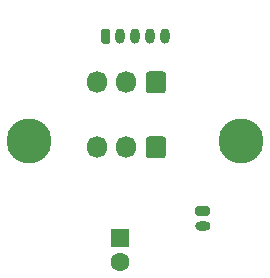
<source format=gbs>
%TF.GenerationSoftware,KiCad,Pcbnew,(5.1.8)-1*%
%TF.CreationDate,2021-07-21T00:03:38+02:00*%
%TF.ProjectId,PX12_Board,50583132-5f42-46f6-9172-642e6b696361,V1.0*%
%TF.SameCoordinates,Original*%
%TF.FileFunction,Soldermask,Bot*%
%TF.FilePolarity,Negative*%
%FSLAX46Y46*%
G04 Gerber Fmt 4.6, Leading zero omitted, Abs format (unit mm)*
G04 Created by KiCad (PCBNEW (5.1.8)-1) date 2021-07-21 00:03:38*
%MOMM*%
%LPD*%
G01*
G04 APERTURE LIST*
%ADD10O,1.300000X0.800000*%
%ADD11O,1.700000X1.850000*%
%ADD12R,1.600000X1.600000*%
%ADD13C,1.600000*%
%ADD14C,3.800000*%
%ADD15O,0.800000X1.300000*%
G04 APERTURE END LIST*
%TO.C,VALVE1*%
G36*
G01*
X180250000Y-105500000D02*
X181150000Y-105500000D01*
G75*
G02*
X181350000Y-105700000I0J-200000D01*
G01*
X181350000Y-106100000D01*
G75*
G02*
X181150000Y-106300000I-200000J0D01*
G01*
X180250000Y-106300000D01*
G75*
G02*
X180050000Y-106100000I0J200000D01*
G01*
X180050000Y-105700000D01*
G75*
G02*
X180250000Y-105500000I200000J0D01*
G01*
G37*
D10*
X180700000Y-107150000D03*
%TD*%
D11*
%TO.C,AX12_2*%
X171750000Y-100500000D03*
X174250000Y-100500000D03*
G36*
G01*
X177600000Y-99825000D02*
X177600000Y-101175000D01*
G75*
G02*
X177350000Y-101425000I-250000J0D01*
G01*
X176150000Y-101425000D01*
G75*
G02*
X175900000Y-101175000I0J250000D01*
G01*
X175900000Y-99825000D01*
G75*
G02*
X176150000Y-99575000I250000J0D01*
G01*
X177350000Y-99575000D01*
G75*
G02*
X177600000Y-99825000I0J-250000D01*
G01*
G37*
%TD*%
%TO.C,AX12_1*%
G36*
G01*
X177600000Y-94325000D02*
X177600000Y-95675000D01*
G75*
G02*
X177350000Y-95925000I-250000J0D01*
G01*
X176150000Y-95925000D01*
G75*
G02*
X175900000Y-95675000I0J250000D01*
G01*
X175900000Y-94325000D01*
G75*
G02*
X176150000Y-94075000I250000J0D01*
G01*
X177350000Y-94075000D01*
G75*
G02*
X177600000Y-94325000I0J-250000D01*
G01*
G37*
X174250000Y-95000000D03*
X171750000Y-95000000D03*
%TD*%
D12*
%TO.C,C4*%
X173700000Y-108200000D03*
D13*
X173700000Y-110200000D03*
%TD*%
D14*
%TO.C,PGND*%
X184000000Y-100000000D03*
%TD*%
%TO.C,PVCC*%
X166000000Y-100000000D03*
%TD*%
%TO.C,SWD*%
G36*
G01*
X172100000Y-91550000D02*
X172100000Y-90650000D01*
G75*
G02*
X172300000Y-90450000I200000J0D01*
G01*
X172700000Y-90450000D01*
G75*
G02*
X172900000Y-90650000I0J-200000D01*
G01*
X172900000Y-91550000D01*
G75*
G02*
X172700000Y-91750000I-200000J0D01*
G01*
X172300000Y-91750000D01*
G75*
G02*
X172100000Y-91550000I0J200000D01*
G01*
G37*
D15*
X173750000Y-91100000D03*
X175000000Y-91100000D03*
X176250000Y-91100000D03*
X177500000Y-91100000D03*
%TD*%
M02*

</source>
